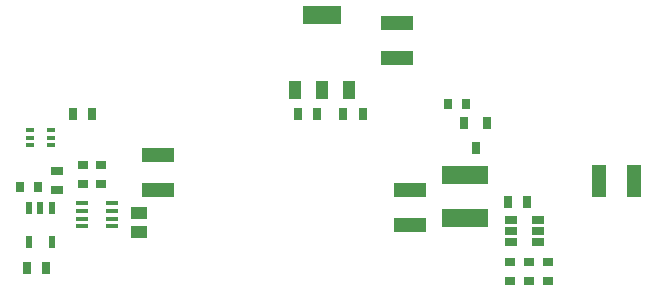
<source format=gtp>
G04*
G04 #@! TF.GenerationSoftware,Altium Limited,Altium Designer,20.2.4 (192)*
G04*
G04 Layer_Color=8421504*
%FSLAX25Y25*%
%MOIN*%
G70*
G04*
G04 #@! TF.SameCoordinates,00526951-05BC-492D-B3B9-DF0584CCD128*
G04*
G04*
G04 #@! TF.FilePolarity,Positive*
G04*
G01*
G75*
%ADD25R,0.02559X0.01181*%
%ADD26R,0.03150X0.03937*%
%ADD27R,0.11063X0.04882*%
%ADD28R,0.03000X0.03843*%
%ADD29R,0.03843X0.03000*%
%ADD30R,0.02756X0.03543*%
%ADD31R,0.02362X0.04331*%
%ADD32R,0.03900X0.05900*%
%ADD33R,0.12900X0.05900*%
%ADD34R,0.03937X0.02756*%
%ADD35R,0.04200X0.01654*%
%ADD36R,0.04882X0.11063*%
%ADD37R,0.15748X0.05906*%
%ADD38R,0.05512X0.03937*%
%ADD39R,0.03543X0.02756*%
D25*
X45020Y50394D02*
D03*
Y52953D02*
D03*
Y55512D02*
D03*
X37933Y50394D02*
D03*
Y52953D02*
D03*
Y55512D02*
D03*
D26*
X190157Y57677D02*
D03*
X182677D02*
D03*
X186417Y49409D02*
D03*
D27*
X160236Y91280D02*
D03*
Y79587D02*
D03*
X80709Y47185D02*
D03*
Y35492D02*
D03*
X164469Y35370D02*
D03*
Y23677D02*
D03*
D28*
X52282Y60786D02*
D03*
X58663D02*
D03*
X142380Y60728D02*
D03*
X148761D02*
D03*
X43259Y9449D02*
D03*
X36878D02*
D03*
X133505Y60728D02*
D03*
X127124D02*
D03*
X203643Y31496D02*
D03*
X197262D02*
D03*
D29*
X46850Y41773D02*
D03*
Y35392D02*
D03*
D30*
X40689Y36438D02*
D03*
X34508D02*
D03*
X177087Y64173D02*
D03*
X183268D02*
D03*
D31*
X45079Y29331D02*
D03*
X41339D02*
D03*
X37598D02*
D03*
X45079Y18307D02*
D03*
X37598D02*
D03*
D32*
X144188Y68899D02*
D03*
X126088D02*
D03*
X135138D02*
D03*
D33*
Y93699D02*
D03*
D34*
X198191Y25492D02*
D03*
Y21752D02*
D03*
Y18012D02*
D03*
X207321Y25492D02*
D03*
Y21752D02*
D03*
Y18012D02*
D03*
D35*
X65236Y23327D02*
D03*
X65256Y25886D02*
D03*
X65236Y28445D02*
D03*
Y31004D02*
D03*
X55236D02*
D03*
Y28445D02*
D03*
Y25886D02*
D03*
Y23327D02*
D03*
D36*
X227618Y38465D02*
D03*
X239311D02*
D03*
D37*
X183071Y25984D02*
D03*
Y40551D02*
D03*
D38*
X74213Y21339D02*
D03*
Y27874D02*
D03*
D39*
X55472Y37461D02*
D03*
Y43642D02*
D03*
X61713D02*
D03*
Y37461D02*
D03*
X198031Y11417D02*
D03*
Y5236D02*
D03*
X210630Y11417D02*
D03*
Y5236D02*
D03*
X204331Y11358D02*
D03*
Y5177D02*
D03*
M02*

</source>
